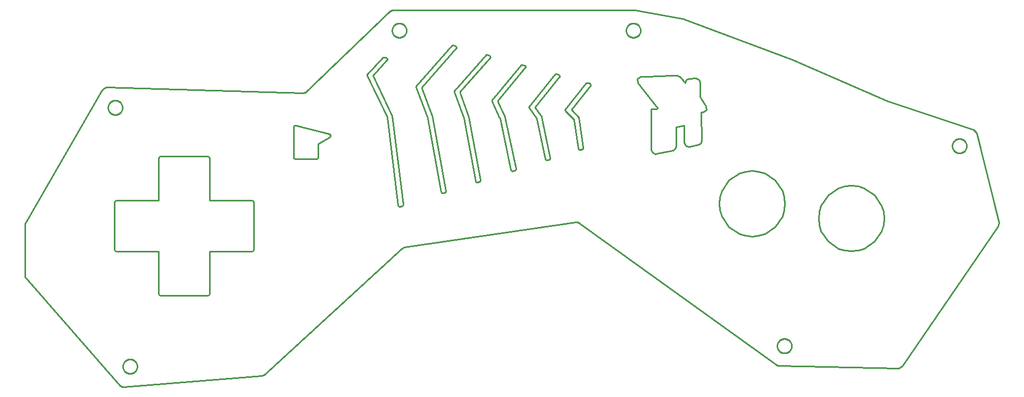
<source format=gbr>
G04 EAGLE Gerber RS-274X export*
G75*
%MOMM*%
%FSLAX34Y34*%
%LPD*%
%IN*%
%IPPOS*%
%AMOC8*
5,1,8,0,0,1.08239X$1,22.5*%
G01*
%ADD10C,0.254000*%


D10*
X0Y175231D02*
X150249Y2617D01*
X150707Y2135D01*
X151205Y1695D01*
X151740Y1300D01*
X152307Y953D01*
X152902Y657D01*
X153521Y413D01*
X154158Y225D01*
X154810Y93D01*
X155470Y18D01*
X156135Y1D01*
X156590Y23D01*
X376060Y17155D01*
X380624Y19142D01*
X599438Y220292D01*
X603492Y222221D01*
X876042Y262107D01*
X876703Y262174D01*
X877368Y262184D01*
X878031Y262135D01*
X878687Y262029D01*
X879332Y261867D01*
X879959Y261648D01*
X880566Y261376D01*
X881146Y261052D01*
X881594Y260753D01*
X1195446Y35035D01*
X1196002Y34671D01*
X1196588Y34357D01*
X1197199Y34095D01*
X1197830Y33887D01*
X1198477Y33735D01*
X1199135Y33640D01*
X1199725Y33604D01*
X1389767Y29367D01*
X1396224Y32679D01*
X1548587Y255174D01*
X1549695Y261320D01*
X1514106Y404305D01*
X1509105Y409699D01*
X1372447Y454898D01*
X1371773Y455157D01*
X1220840Y521512D01*
X1220431Y521678D01*
X1046500Y586389D01*
X1045867Y586593D01*
X1045219Y586742D01*
X1045145Y586755D01*
X970836Y599646D01*
X970176Y599731D01*
X969533Y599758D01*
X585116Y599758D01*
X584452Y599729D01*
X583793Y599642D01*
X583144Y599498D01*
X582510Y599298D01*
X581896Y599044D01*
X581306Y598737D01*
X580745Y598380D01*
X580218Y597975D01*
X579827Y597623D01*
X447837Y470353D01*
X447339Y469913D01*
X446804Y469518D01*
X446237Y469171D01*
X445642Y468875D01*
X445023Y468631D01*
X444386Y468443D01*
X443734Y468311D01*
X443074Y468236D01*
X442409Y468219D01*
X442335Y468221D01*
X129470Y476962D01*
X125535Y475994D01*
X122652Y473145D01*
X0Y259970D01*
X0Y175231D01*
X622180Y476914D02*
X640447Y427747D01*
X640515Y427537D01*
X640564Y427321D01*
X662018Y310633D01*
X662036Y310544D01*
X662093Y310329D01*
X662169Y310121D01*
X662263Y309920D01*
X662373Y309728D01*
X662500Y309547D01*
X662643Y309377D01*
X662799Y309220D01*
X662969Y309078D01*
X663150Y308950D01*
X663342Y308839D01*
X663543Y308746D01*
X663751Y308670D01*
X663965Y308612D01*
X664184Y308574D01*
X664404Y308554D01*
X664626Y308554D01*
X664847Y308573D01*
X665065Y308612D01*
X665279Y308669D01*
X666348Y309006D01*
X668045Y309535D01*
X668174Y309579D01*
X668378Y309665D01*
X668574Y309769D01*
X668760Y309889D01*
X668935Y310025D01*
X669097Y310176D01*
X669246Y310341D01*
X669380Y310517D01*
X669497Y310705D01*
X669598Y310902D01*
X669682Y311108D01*
X669747Y311319D01*
X669793Y311536D01*
X669821Y311756D01*
X669829Y311977D01*
X669817Y312199D01*
X669787Y312418D01*
X648361Y429122D01*
X648312Y429334D01*
X648244Y429545D01*
X631350Y475186D01*
X631324Y475260D01*
X631263Y475473D01*
X631220Y475690D01*
X631197Y475910D01*
X631193Y476132D01*
X631208Y476353D01*
X631243Y476572D01*
X631296Y476787D01*
X631368Y476996D01*
X631458Y477199D01*
X631565Y477393D01*
X631689Y477577D01*
X631828Y477749D01*
X685718Y538771D01*
X685740Y538796D01*
X685877Y538970D01*
X685998Y539156D01*
X686103Y539351D01*
X686190Y539555D01*
X686260Y539765D01*
X686310Y539981D01*
X686342Y540200D01*
X686354Y540421D01*
X686347Y540643D01*
X686321Y540863D01*
X686276Y541080D01*
X686212Y541292D01*
X686130Y541498D01*
X686030Y541696D01*
X685913Y541884D01*
X685780Y542061D01*
X685633Y542227D01*
X685471Y542378D01*
X685297Y542515D01*
X685111Y542637D01*
X684916Y542741D01*
X684713Y542829D01*
X684502Y542898D01*
X684128Y543003D01*
X681319Y543780D01*
X681146Y543821D01*
X680927Y543856D01*
X680706Y543871D01*
X680484Y543867D01*
X680264Y543843D01*
X680046Y543801D01*
X679833Y543739D01*
X679627Y543660D01*
X679428Y543562D01*
X679238Y543448D01*
X679059Y543317D01*
X678892Y543172D01*
X678738Y543012D01*
X622657Y479479D01*
X622605Y479418D01*
X622471Y479241D01*
X622353Y479054D01*
X622252Y478856D01*
X622169Y478651D01*
X622103Y478439D01*
X622057Y478223D01*
X622029Y478003D01*
X622021Y477782D01*
X622032Y477560D01*
X622063Y477341D01*
X622112Y477125D01*
X622180Y476914D01*
X1262618Y268344D02*
X1263679Y257825D01*
X1266720Y248027D01*
X1277906Y231436D01*
X1294498Y220250D01*
X1304296Y217208D01*
X1314815Y216148D01*
X1325334Y217208D01*
X1335132Y220250D01*
X1351724Y231436D01*
X1362910Y248027D01*
X1365951Y257825D01*
X1367012Y268344D01*
X1365951Y278864D01*
X1362910Y288662D01*
X1351724Y305253D01*
X1335132Y316439D01*
X1325334Y319481D01*
X1314815Y320541D01*
X1304296Y319481D01*
X1294498Y316439D01*
X1277906Y305253D01*
X1266720Y288662D01*
X1263679Y278864D01*
X1262618Y268344D01*
X859903Y442669D02*
X859823Y442563D01*
X859703Y442377D01*
X859599Y442182D01*
X859512Y441978D01*
X859444Y441767D01*
X859394Y441551D01*
X859363Y441331D01*
X859352Y441110D01*
X859360Y440889D01*
X859387Y440669D01*
X859433Y440452D01*
X859498Y440240D01*
X859581Y440035D01*
X859682Y439837D01*
X859799Y439650D01*
X859933Y439473D01*
X860081Y439308D01*
X872882Y426296D01*
X872918Y426259D01*
X873063Y426091D01*
X873193Y425912D01*
X873306Y425721D01*
X873403Y425522D01*
X873482Y425315D01*
X873542Y425102D01*
X873584Y424884D01*
X880229Y379707D01*
X880259Y379541D01*
X880315Y379327D01*
X880390Y379118D01*
X880482Y378917D01*
X880592Y378724D01*
X880718Y378542D01*
X880860Y378371D01*
X881015Y378214D01*
X881184Y378070D01*
X881365Y377942D01*
X881556Y377830D01*
X881757Y377736D01*
X881965Y377659D01*
X882178Y377600D01*
X882396Y377560D01*
X882617Y377540D01*
X882838Y377539D01*
X883059Y377557D01*
X883278Y377594D01*
X883492Y377650D01*
X884541Y377974D01*
X886337Y378551D01*
X886360Y378558D01*
X886567Y378637D01*
X886766Y378734D01*
X886957Y378847D01*
X887136Y378977D01*
X887304Y379122D01*
X887458Y379281D01*
X887598Y379452D01*
X887723Y379636D01*
X887831Y379829D01*
X887921Y380031D01*
X887994Y380241D01*
X888048Y380455D01*
X888084Y380674D01*
X888100Y380895D01*
X888097Y381117D01*
X888074Y381337D01*
X881134Y428655D01*
X881125Y428713D01*
X881078Y428929D01*
X881013Y429141D01*
X880929Y429346D01*
X880828Y429544D01*
X880710Y429731D01*
X880576Y429908D01*
X880427Y430072D01*
X870743Y439872D01*
X870648Y439973D01*
X870509Y440145D01*
X870385Y440329D01*
X870277Y440522D01*
X870187Y440725D01*
X870115Y440934D01*
X870061Y441149D01*
X870026Y441368D01*
X870010Y441589D01*
X870014Y441810D01*
X870037Y442031D01*
X870079Y442248D01*
X870140Y442461D01*
X870219Y442668D01*
X870316Y442868D01*
X870430Y443058D01*
X870560Y443237D01*
X899336Y479464D01*
X899415Y479569D01*
X899536Y479755D01*
X899640Y479950D01*
X899726Y480154D01*
X899795Y480365D01*
X899845Y480581D01*
X899875Y480800D01*
X899887Y481021D01*
X899879Y481243D01*
X899852Y481463D01*
X899806Y481680D01*
X899741Y481891D01*
X899658Y482097D01*
X899558Y482294D01*
X899440Y482482D01*
X899307Y482659D01*
X899159Y482824D01*
X898997Y482975D01*
X898822Y483111D01*
X898636Y483232D01*
X898441Y483336D01*
X898237Y483423D01*
X898026Y483491D01*
X897523Y483631D01*
X894984Y484341D01*
X894891Y484365D01*
X894674Y484407D01*
X894453Y484430D01*
X894232Y484434D01*
X894011Y484418D01*
X893792Y484383D01*
X893577Y484329D01*
X893367Y484257D01*
X893165Y484167D01*
X892971Y484059D01*
X892788Y483935D01*
X892616Y483795D01*
X892456Y483641D01*
X892311Y483474D01*
X859903Y442669D01*
X427089Y365723D02*
X427099Y365502D01*
X427128Y365282D01*
X427176Y365066D01*
X427242Y364854D01*
X427327Y364650D01*
X427429Y364453D01*
X427548Y364266D01*
X427683Y364090D01*
X427833Y363927D01*
X427996Y363777D01*
X428172Y363642D01*
X428359Y363523D01*
X428556Y363421D01*
X428760Y363336D01*
X428972Y363270D01*
X429188Y363222D01*
X429408Y363193D01*
X429629Y363183D01*
X463485Y363183D01*
X463706Y363193D01*
X463926Y363222D01*
X464142Y363270D01*
X464354Y363336D01*
X464558Y363421D01*
X464755Y363523D01*
X464942Y363642D01*
X465118Y363777D01*
X465281Y363927D01*
X465431Y364090D01*
X465566Y364266D01*
X465685Y364453D01*
X465787Y364650D01*
X465872Y364854D01*
X465938Y365066D01*
X465986Y365282D01*
X466015Y365502D01*
X466025Y365723D01*
X466025Y385404D01*
X466032Y385586D01*
X466057Y385806D01*
X466102Y386023D01*
X466165Y386235D01*
X466247Y386441D01*
X466346Y386639D01*
X466462Y386828D01*
X466594Y387006D01*
X466741Y387171D01*
X466902Y387324D01*
X467076Y387461D01*
X467261Y387583D01*
X484571Y397940D01*
X484742Y398052D01*
X484917Y398188D01*
X485079Y398340D01*
X485227Y398504D01*
X485360Y398681D01*
X485478Y398869D01*
X485578Y399066D01*
X485661Y399272D01*
X485726Y399484D01*
X485772Y399700D01*
X485799Y399920D01*
X485807Y400142D01*
X485795Y400363D01*
X485764Y400582D01*
X485714Y400798D01*
X485646Y401009D01*
X485559Y401213D01*
X485455Y401408D01*
X485335Y401594D01*
X485198Y401769D01*
X485047Y401931D01*
X484883Y402079D01*
X484706Y402212D01*
X484518Y402330D01*
X484320Y402430D01*
X484115Y402513D01*
X483903Y402578D01*
X430265Y416440D01*
X430071Y416482D01*
X429851Y416511D01*
X429629Y416521D01*
X429408Y416511D01*
X429188Y416482D01*
X428972Y416434D01*
X428761Y416368D01*
X428556Y416283D01*
X428359Y416181D01*
X428172Y416062D01*
X427997Y415927D01*
X427833Y415777D01*
X427683Y415614D01*
X427549Y415438D01*
X427429Y415251D01*
X427327Y415054D01*
X427242Y414850D01*
X427176Y414638D01*
X427128Y414422D01*
X427099Y414202D01*
X427089Y413981D01*
X427089Y365723D01*
X141775Y219234D02*
X142938Y216427D01*
X145744Y215265D01*
X212006Y215265D01*
X212006Y149003D01*
X213168Y146197D01*
X215974Y145034D01*
X289824Y145034D01*
X292631Y146197D01*
X293793Y149003D01*
X293793Y215265D01*
X360055Y215265D01*
X362861Y216427D01*
X364023Y219234D01*
X364023Y293084D01*
X362861Y295890D01*
X360055Y297052D01*
X293793Y297052D01*
X293793Y363314D01*
X292631Y366120D01*
X289824Y367283D01*
X215974Y367283D01*
X213168Y366120D01*
X212006Y363314D01*
X212006Y297052D01*
X145744Y297052D01*
X142938Y295890D01*
X141775Y293084D01*
X141775Y219234D01*
X974484Y490435D02*
X975293Y483665D01*
X1006385Y444536D01*
X1005245Y442169D01*
X996643Y442169D01*
X996643Y377387D01*
X998568Y372778D01*
X1003106Y370910D01*
X1004484Y371059D01*
X1030935Y376788D01*
X1034623Y379075D01*
X1036075Y383161D01*
X1036075Y413575D01*
X1049111Y416138D01*
X1049111Y389107D01*
X1051030Y384508D01*
X1055567Y382638D01*
X1056780Y382755D01*
X1071504Y385542D01*
X1075315Y387804D01*
X1076751Y391994D01*
X1075904Y437091D01*
X1078371Y437091D01*
X1084076Y440522D01*
X1083724Y447171D01*
X1073744Y461937D01*
X1074202Y484778D01*
X1072349Y489463D01*
X1067570Y491416D01*
X1056498Y491189D01*
X1052025Y489239D01*
X1050169Y484726D01*
X1050169Y484409D01*
X1043151Y493494D01*
X1037625Y496102D01*
X1035155Y496020D01*
X1028646Y495804D01*
X1008894Y495149D01*
X989143Y494494D01*
X982634Y494278D01*
X980165Y494197D01*
X974484Y490435D01*
X1104721Y291853D02*
X1105781Y281334D01*
X1108823Y271536D01*
X1120009Y254945D01*
X1136600Y243758D01*
X1146398Y240717D01*
X1156918Y239657D01*
X1167437Y240717D01*
X1177235Y243758D01*
X1193826Y254945D01*
X1205012Y271536D01*
X1208054Y281334D01*
X1209114Y291853D01*
X1208054Y302373D01*
X1205012Y312170D01*
X1193826Y328762D01*
X1177235Y339948D01*
X1167437Y342989D01*
X1156918Y344050D01*
X1146398Y342989D01*
X1136600Y339948D01*
X1120009Y328762D01*
X1108823Y312170D01*
X1105781Y302373D01*
X1104721Y291853D01*
X743048Y454554D02*
X755268Y428292D01*
X755353Y428087D01*
X755420Y427876D01*
X755449Y427754D01*
X773079Y345663D01*
X773135Y345449D01*
X773209Y345240D01*
X773302Y345038D01*
X773411Y344846D01*
X773537Y344663D01*
X773678Y344493D01*
X773834Y344335D01*
X774002Y344191D01*
X774183Y344063D01*
X774374Y343951D01*
X774574Y343856D01*
X774782Y343779D01*
X774996Y343720D01*
X775214Y343680D01*
X775434Y343659D01*
X775656Y343658D01*
X775877Y343676D01*
X776095Y343712D01*
X776309Y343768D01*
X776318Y343771D01*
X777508Y344142D01*
X779139Y344651D01*
X779347Y344726D01*
X779549Y344819D01*
X779741Y344929D01*
X779923Y345056D01*
X780093Y345198D01*
X780250Y345354D01*
X780393Y345523D01*
X780521Y345705D01*
X780632Y345896D01*
X780726Y346097D01*
X780803Y346305D01*
X780861Y346519D01*
X780900Y346737D01*
X780920Y346957D01*
X780921Y347179D01*
X780902Y347400D01*
X780866Y347610D01*
X763174Y429875D01*
X763118Y430090D01*
X763043Y430298D01*
X762997Y430404D01*
X752424Y453358D01*
X752340Y453563D01*
X752275Y453775D01*
X752228Y453991D01*
X752200Y454211D01*
X752191Y454433D01*
X752202Y454654D01*
X752232Y454873D01*
X752281Y455090D01*
X752348Y455301D01*
X752434Y455505D01*
X752537Y455701D01*
X752657Y455887D01*
X752774Y456040D01*
X795923Y508191D01*
X796057Y508368D01*
X796175Y508555D01*
X796276Y508753D01*
X796359Y508958D01*
X796424Y509170D01*
X796471Y509386D01*
X796498Y509606D01*
X796506Y509828D01*
X796495Y510049D01*
X796465Y510269D01*
X796415Y510485D01*
X796347Y510696D01*
X796261Y510900D01*
X796157Y511096D01*
X796037Y511282D01*
X795901Y511457D01*
X795750Y511619D01*
X795586Y511768D01*
X795409Y511901D01*
X795221Y512019D01*
X795024Y512120D01*
X794819Y512204D01*
X794640Y512260D01*
X794194Y512382D01*
X791545Y513111D01*
X791329Y513160D01*
X791109Y513191D01*
X790888Y513202D01*
X790667Y513193D01*
X790447Y513166D01*
X790230Y513119D01*
X790018Y513054D01*
X789813Y512971D01*
X789616Y512869D01*
X789428Y512752D01*
X789251Y512618D01*
X789087Y512469D01*
X788936Y512307D01*
X788914Y512280D01*
X743394Y457244D01*
X743260Y457067D01*
X743143Y456880D01*
X743042Y456682D01*
X742958Y456477D01*
X742893Y456265D01*
X742847Y456049D01*
X742819Y455829D01*
X742811Y455608D01*
X742822Y455386D01*
X742853Y455167D01*
X742902Y454951D01*
X742970Y454740D01*
X743048Y454554D01*
X682924Y469790D02*
X698199Y428378D01*
X698264Y428176D01*
X698313Y427960D01*
X716765Y327933D01*
X716786Y327831D01*
X716844Y327617D01*
X716921Y327409D01*
X717016Y327209D01*
X717128Y327018D01*
X717256Y326837D01*
X717399Y326668D01*
X717557Y326512D01*
X717727Y326370D01*
X717909Y326244D01*
X718102Y326135D01*
X718303Y326042D01*
X718512Y325967D01*
X718726Y325911D01*
X718944Y325874D01*
X719165Y325855D01*
X719387Y325857D01*
X719607Y325877D01*
X719825Y325917D01*
X720039Y325975D01*
X721134Y326327D01*
X722830Y326856D01*
X722961Y326901D01*
X723165Y326987D01*
X723360Y327091D01*
X723546Y327211D01*
X723721Y327348D01*
X723883Y327499D01*
X724032Y327663D01*
X724165Y327840D01*
X724283Y328028D01*
X724383Y328225D01*
X724467Y328430D01*
X724532Y328642D01*
X724578Y328859D01*
X724605Y329079D01*
X724613Y329300D01*
X724602Y329522D01*
X724571Y329741D01*
X706145Y429760D01*
X706098Y429966D01*
X706031Y430177D01*
X692095Y468062D01*
X692071Y468131D01*
X692010Y468344D01*
X691967Y468561D01*
X691944Y468782D01*
X691940Y469003D01*
X691955Y469224D01*
X691989Y469443D01*
X692043Y469658D01*
X692115Y469868D01*
X692205Y470070D01*
X692312Y470264D01*
X692436Y470448D01*
X692575Y470620D01*
X739546Y523806D01*
X739572Y523835D01*
X739708Y524010D01*
X739829Y524196D01*
X739933Y524391D01*
X740020Y524595D01*
X740089Y524806D01*
X740139Y525022D01*
X740170Y525241D01*
X740182Y525462D01*
X740175Y525684D01*
X740148Y525904D01*
X740102Y526121D01*
X740038Y526333D01*
X739955Y526538D01*
X739855Y526736D01*
X739737Y526924D01*
X739604Y527101D01*
X739456Y527266D01*
X739294Y527417D01*
X739120Y527554D01*
X738934Y527675D01*
X738739Y527779D01*
X738535Y527866D01*
X738324Y527935D01*
X737926Y528045D01*
X735145Y528798D01*
X734986Y528836D01*
X734767Y528870D01*
X734546Y528885D01*
X734325Y528881D01*
X734104Y528858D01*
X733887Y528815D01*
X733674Y528754D01*
X733467Y528674D01*
X733268Y528577D01*
X733078Y528463D01*
X732899Y528332D01*
X732732Y528187D01*
X732578Y528027D01*
X683403Y472350D01*
X683354Y472293D01*
X683220Y472116D01*
X683102Y471929D01*
X683000Y471732D01*
X682916Y471527D01*
X682851Y471316D01*
X682804Y471099D01*
X682776Y470879D01*
X682767Y470658D01*
X682778Y470437D01*
X682808Y470217D01*
X682856Y470001D01*
X682924Y469790D01*
X802312Y443923D02*
X814128Y427518D01*
X814226Y427371D01*
X814335Y427178D01*
X814426Y426976D01*
X814499Y426767D01*
X814554Y426552D01*
X827807Y362969D01*
X827812Y362945D01*
X827869Y362731D01*
X827944Y362522D01*
X828037Y362321D01*
X828147Y362129D01*
X828274Y361947D01*
X828416Y361777D01*
X828572Y361620D01*
X828741Y361477D01*
X828922Y361349D01*
X829114Y361238D01*
X829314Y361143D01*
X829522Y361067D01*
X829736Y361009D01*
X829954Y360970D01*
X830175Y360950D01*
X830397Y360949D01*
X830617Y360968D01*
X830836Y361005D01*
X831050Y361062D01*
X832224Y361428D01*
X833892Y361964D01*
X834059Y362024D01*
X834261Y362115D01*
X834454Y362224D01*
X834637Y362349D01*
X834809Y362489D01*
X834967Y362644D01*
X835112Y362812D01*
X835241Y362992D01*
X835354Y363182D01*
X835450Y363382D01*
X835529Y363589D01*
X835589Y363802D01*
X835630Y364020D01*
X835652Y364241D01*
X835654Y364462D01*
X835638Y364683D01*
X835602Y364902D01*
X822043Y429820D01*
X822001Y429990D01*
X821932Y430201D01*
X821844Y430404D01*
X821740Y430600D01*
X821618Y430785D01*
X812365Y443641D01*
X812251Y443814D01*
X812145Y444008D01*
X812057Y444211D01*
X811986Y444421D01*
X811934Y444637D01*
X811901Y444856D01*
X811887Y445077D01*
X811893Y445298D01*
X811918Y445519D01*
X811962Y445736D01*
X812024Y445948D01*
X812105Y446154D01*
X812204Y446353D01*
X812319Y446542D01*
X812451Y446720D01*
X849972Y493180D01*
X850064Y493301D01*
X850184Y493487D01*
X850288Y493683D01*
X850375Y493886D01*
X850443Y494097D01*
X850493Y494313D01*
X850524Y494533D01*
X850536Y494754D01*
X850528Y494975D01*
X850501Y495195D01*
X850455Y495412D01*
X850390Y495624D01*
X850307Y495829D01*
X850206Y496027D01*
X850089Y496214D01*
X849955Y496391D01*
X849807Y496556D01*
X849645Y496707D01*
X849470Y496843D01*
X849284Y496964D01*
X849089Y497068D01*
X848885Y497155D01*
X848674Y497223D01*
X848205Y497354D01*
X848169Y497354D01*
X845588Y498076D01*
X845514Y498095D01*
X845297Y498139D01*
X845077Y498164D01*
X844856Y498169D01*
X844634Y498155D01*
X844415Y498122D01*
X844200Y498070D01*
X843990Y498000D01*
X843787Y497911D01*
X843593Y497805D01*
X843408Y497682D01*
X843235Y497544D01*
X843075Y497391D01*
X842928Y497225D01*
X802396Y447003D01*
X802273Y446837D01*
X802156Y446648D01*
X802056Y446450D01*
X801974Y446244D01*
X801911Y446032D01*
X801866Y445815D01*
X801840Y445595D01*
X801833Y445374D01*
X801846Y445152D01*
X801878Y444933D01*
X801928Y444717D01*
X801998Y444507D01*
X802085Y444303D01*
X802190Y444108D01*
X802312Y443923D01*
X544370Y495727D02*
X576346Y429649D01*
X576416Y429490D01*
X576490Y429281D01*
X576545Y429066D01*
X576581Y428847D01*
X593483Y289121D01*
X593487Y289088D01*
X593526Y288870D01*
X593584Y288656D01*
X593660Y288448D01*
X593755Y288247D01*
X593866Y288056D01*
X593994Y287874D01*
X594136Y287705D01*
X594293Y287549D01*
X594464Y287407D01*
X594645Y287280D01*
X594838Y287170D01*
X595039Y287076D01*
X595247Y287001D01*
X595461Y286944D01*
X595680Y286906D01*
X595901Y286888D01*
X596122Y286888D01*
X596343Y286908D01*
X596561Y286947D01*
X596775Y287005D01*
X597732Y287310D01*
X599608Y287907D01*
X599786Y287971D01*
X599988Y288062D01*
X600181Y288171D01*
X600363Y288296D01*
X600535Y288437D01*
X600693Y288592D01*
X600837Y288760D01*
X600966Y288941D01*
X601079Y289131D01*
X601175Y289331D01*
X601253Y289539D01*
X601312Y289752D01*
X601353Y289970D01*
X601375Y290190D01*
X601377Y290412D01*
X601360Y290633D01*
X584328Y431170D01*
X584301Y431341D01*
X584250Y431557D01*
X584181Y431767D01*
X584093Y431971D01*
X553929Y494316D01*
X553866Y494456D01*
X553791Y494664D01*
X553734Y494879D01*
X553696Y495097D01*
X553678Y495318D01*
X553678Y495539D01*
X553698Y495760D01*
X553737Y495978D01*
X553795Y496192D01*
X553871Y496400D01*
X553965Y496601D01*
X554077Y496792D01*
X554204Y496974D01*
X554347Y497143D01*
X575526Y520141D01*
X575592Y520216D01*
X575729Y520391D01*
X575849Y520577D01*
X575952Y520773D01*
X576039Y520977D01*
X576107Y521188D01*
X576156Y521404D01*
X576187Y521623D01*
X576198Y521845D01*
X576190Y522066D01*
X576162Y522286D01*
X576116Y522502D01*
X576051Y522714D01*
X575967Y522919D01*
X575866Y523117D01*
X575748Y523304D01*
X575615Y523481D01*
X575466Y523645D01*
X575304Y523796D01*
X575129Y523932D01*
X574943Y524053D01*
X574747Y524156D01*
X574543Y524243D01*
X574332Y524311D01*
X574116Y524360D01*
X574026Y524377D01*
X570744Y524973D01*
X570629Y524991D01*
X570408Y525011D01*
X570186Y525012D01*
X569966Y524993D01*
X569747Y524956D01*
X569533Y524899D01*
X569325Y524824D01*
X569123Y524731D01*
X568931Y524621D01*
X568749Y524494D01*
X568579Y524352D01*
X568422Y524196D01*
X544788Y498555D01*
X544687Y498438D01*
X544554Y498260D01*
X544438Y498072D01*
X544339Y497874D01*
X544257Y497668D01*
X544193Y497455D01*
X544149Y497238D01*
X544123Y497018D01*
X544116Y496797D01*
X544129Y496576D01*
X544161Y496356D01*
X544213Y496141D01*
X544282Y495930D01*
X544370Y495727D01*
X606806Y567241D02*
X606736Y566346D01*
X606595Y565458D01*
X606385Y564585D01*
X606108Y563731D01*
X605764Y562901D01*
X605356Y562101D01*
X604887Y561335D01*
X604359Y560608D01*
X603776Y559925D01*
X603141Y559290D01*
X602458Y558707D01*
X601731Y558179D01*
X600965Y557710D01*
X600165Y557302D01*
X599335Y556958D01*
X598481Y556681D01*
X597608Y556471D01*
X596721Y556330D01*
X595825Y556260D01*
X594927Y556260D01*
X594032Y556330D01*
X593144Y556471D01*
X592271Y556681D01*
X591417Y556958D01*
X590587Y557302D01*
X589787Y557710D01*
X589021Y558179D01*
X588294Y558707D01*
X587611Y559290D01*
X586976Y559925D01*
X586393Y560608D01*
X585865Y561335D01*
X585396Y562101D01*
X584988Y562901D01*
X584644Y563731D01*
X584367Y564585D01*
X584157Y565458D01*
X584016Y566346D01*
X583946Y567241D01*
X583946Y568139D01*
X584016Y569035D01*
X584157Y569922D01*
X584367Y570795D01*
X584644Y571649D01*
X584988Y572479D01*
X585396Y573279D01*
X585865Y574045D01*
X586393Y574772D01*
X586976Y575455D01*
X587611Y576090D01*
X588294Y576673D01*
X589021Y577201D01*
X589787Y577670D01*
X590587Y578078D01*
X591417Y578422D01*
X592271Y578699D01*
X593144Y578909D01*
X594032Y579050D01*
X594927Y579120D01*
X595825Y579120D01*
X596721Y579050D01*
X597608Y578909D01*
X598481Y578699D01*
X599335Y578422D01*
X600165Y578078D01*
X600965Y577670D01*
X601731Y577201D01*
X602458Y576673D01*
X603141Y576090D01*
X603776Y575455D01*
X604359Y574772D01*
X604887Y574045D01*
X605356Y573279D01*
X605764Y572479D01*
X606108Y571649D01*
X606385Y570795D01*
X606595Y569922D01*
X606736Y569035D01*
X606806Y568139D01*
X606806Y567241D01*
X979424Y567241D02*
X979354Y566346D01*
X979213Y565458D01*
X979003Y564585D01*
X978726Y563731D01*
X978382Y562901D01*
X977974Y562101D01*
X977505Y561335D01*
X976977Y560608D01*
X976394Y559925D01*
X975759Y559290D01*
X975076Y558707D01*
X974349Y558179D01*
X973583Y557710D01*
X972783Y557302D01*
X971953Y556958D01*
X971099Y556681D01*
X970226Y556471D01*
X969339Y556330D01*
X968443Y556260D01*
X967545Y556260D01*
X966650Y556330D01*
X965762Y556471D01*
X964889Y556681D01*
X964035Y556958D01*
X963205Y557302D01*
X962405Y557710D01*
X961639Y558179D01*
X960912Y558707D01*
X960229Y559290D01*
X959594Y559925D01*
X959011Y560608D01*
X958483Y561335D01*
X958014Y562101D01*
X957606Y562901D01*
X957262Y563731D01*
X956985Y564585D01*
X956775Y565458D01*
X956634Y566346D01*
X956564Y567241D01*
X956564Y568139D01*
X956634Y569035D01*
X956775Y569922D01*
X956985Y570795D01*
X957262Y571649D01*
X957606Y572479D01*
X958014Y573279D01*
X958483Y574045D01*
X959011Y574772D01*
X959594Y575455D01*
X960229Y576090D01*
X960912Y576673D01*
X961639Y577201D01*
X962405Y577670D01*
X963205Y578078D01*
X964035Y578422D01*
X964889Y578699D01*
X965762Y578909D01*
X966650Y579050D01*
X967545Y579120D01*
X968443Y579120D01*
X969339Y579050D01*
X970226Y578909D01*
X971099Y578699D01*
X971953Y578422D01*
X972783Y578078D01*
X973583Y577670D01*
X974349Y577201D01*
X975076Y576673D01*
X975759Y576090D01*
X976394Y575455D01*
X976977Y574772D01*
X977505Y574045D01*
X977974Y573279D01*
X978382Y572479D01*
X978726Y571649D01*
X979003Y570795D01*
X979213Y569922D01*
X979354Y569035D01*
X979424Y568139D01*
X979424Y567241D01*
X1498473Y383091D02*
X1498403Y382196D01*
X1498262Y381308D01*
X1498052Y380435D01*
X1497775Y379581D01*
X1497431Y378751D01*
X1497023Y377951D01*
X1496554Y377185D01*
X1496026Y376458D01*
X1495443Y375775D01*
X1494808Y375140D01*
X1494125Y374557D01*
X1493398Y374029D01*
X1492632Y373560D01*
X1491832Y373152D01*
X1491002Y372808D01*
X1490148Y372531D01*
X1489275Y372321D01*
X1488388Y372180D01*
X1487492Y372110D01*
X1486594Y372110D01*
X1485699Y372180D01*
X1484811Y372321D01*
X1483938Y372531D01*
X1483084Y372808D01*
X1482254Y373152D01*
X1481454Y373560D01*
X1480688Y374029D01*
X1479961Y374557D01*
X1479278Y375140D01*
X1478643Y375775D01*
X1478060Y376458D01*
X1477532Y377185D01*
X1477063Y377951D01*
X1476655Y378751D01*
X1476311Y379581D01*
X1476034Y380435D01*
X1475824Y381308D01*
X1475683Y382196D01*
X1475613Y383091D01*
X1475613Y383989D01*
X1475683Y384885D01*
X1475824Y385772D01*
X1476034Y386645D01*
X1476311Y387499D01*
X1476655Y388329D01*
X1477063Y389129D01*
X1477532Y389895D01*
X1478060Y390622D01*
X1478643Y391305D01*
X1479278Y391940D01*
X1479961Y392523D01*
X1480688Y393051D01*
X1481454Y393520D01*
X1482254Y393928D01*
X1483084Y394272D01*
X1483938Y394549D01*
X1484811Y394759D01*
X1485699Y394900D01*
X1486594Y394970D01*
X1487492Y394970D01*
X1488388Y394900D01*
X1489275Y394759D01*
X1490148Y394549D01*
X1491002Y394272D01*
X1491832Y393928D01*
X1492632Y393520D01*
X1493398Y393051D01*
X1494125Y392523D01*
X1494808Y391940D01*
X1495443Y391305D01*
X1496026Y390622D01*
X1496554Y389895D01*
X1497023Y389129D01*
X1497431Y388329D01*
X1497775Y387499D01*
X1498052Y386645D01*
X1498262Y385772D01*
X1498403Y384885D01*
X1498473Y383989D01*
X1498473Y383091D01*
X178181Y31936D02*
X178111Y31041D01*
X177970Y30153D01*
X177760Y29280D01*
X177483Y28426D01*
X177139Y27596D01*
X176731Y26796D01*
X176262Y26030D01*
X175734Y25303D01*
X175151Y24620D01*
X174516Y23985D01*
X173833Y23402D01*
X173106Y22874D01*
X172340Y22405D01*
X171540Y21997D01*
X170710Y21653D01*
X169856Y21376D01*
X168983Y21166D01*
X168096Y21025D01*
X167200Y20955D01*
X166302Y20955D01*
X165407Y21025D01*
X164519Y21166D01*
X163646Y21376D01*
X162792Y21653D01*
X161962Y21997D01*
X161162Y22405D01*
X160396Y22874D01*
X159669Y23402D01*
X158986Y23985D01*
X158351Y24620D01*
X157768Y25303D01*
X157240Y26030D01*
X156771Y26796D01*
X156363Y27596D01*
X156019Y28426D01*
X155742Y29280D01*
X155532Y30153D01*
X155391Y31041D01*
X155321Y31936D01*
X155321Y32834D01*
X155391Y33730D01*
X155532Y34617D01*
X155742Y35490D01*
X156019Y36344D01*
X156363Y37174D01*
X156771Y37974D01*
X157240Y38740D01*
X157768Y39467D01*
X158351Y40150D01*
X158986Y40785D01*
X159669Y41368D01*
X160396Y41896D01*
X161162Y42365D01*
X161962Y42773D01*
X162792Y43117D01*
X163646Y43394D01*
X164519Y43604D01*
X165407Y43745D01*
X166302Y43815D01*
X167200Y43815D01*
X168096Y43745D01*
X168983Y43604D01*
X169856Y43394D01*
X170710Y43117D01*
X171540Y42773D01*
X172340Y42365D01*
X173106Y41896D01*
X173833Y41368D01*
X174516Y40785D01*
X175151Y40150D01*
X175734Y39467D01*
X176262Y38740D01*
X176731Y37974D01*
X177139Y37174D01*
X177483Y36344D01*
X177760Y35490D01*
X177970Y34617D01*
X178111Y33730D01*
X178181Y32834D01*
X178181Y31936D01*
X154813Y444305D02*
X154743Y443410D01*
X154602Y442522D01*
X154392Y441649D01*
X154115Y440795D01*
X153771Y439965D01*
X153363Y439165D01*
X152894Y438399D01*
X152366Y437672D01*
X151783Y436989D01*
X151148Y436354D01*
X150465Y435771D01*
X149738Y435243D01*
X148972Y434774D01*
X148172Y434366D01*
X147342Y434022D01*
X146488Y433745D01*
X145615Y433535D01*
X144728Y433394D01*
X143832Y433324D01*
X142934Y433324D01*
X142039Y433394D01*
X141151Y433535D01*
X140278Y433745D01*
X139424Y434022D01*
X138594Y434366D01*
X137794Y434774D01*
X137028Y435243D01*
X136301Y435771D01*
X135618Y436354D01*
X134983Y436989D01*
X134400Y437672D01*
X133872Y438399D01*
X133403Y439165D01*
X132995Y439965D01*
X132651Y440795D01*
X132374Y441649D01*
X132164Y442522D01*
X132023Y443410D01*
X131953Y444305D01*
X131953Y445203D01*
X132023Y446099D01*
X132164Y446986D01*
X132374Y447859D01*
X132651Y448713D01*
X132995Y449543D01*
X133403Y450343D01*
X133872Y451109D01*
X134400Y451836D01*
X134983Y452519D01*
X135618Y453154D01*
X136301Y453737D01*
X137028Y454265D01*
X137794Y454734D01*
X138594Y455142D01*
X139424Y455486D01*
X140278Y455763D01*
X141151Y455973D01*
X142039Y456114D01*
X142934Y456184D01*
X143832Y456184D01*
X144728Y456114D01*
X145615Y455973D01*
X146488Y455763D01*
X147342Y455486D01*
X148172Y455142D01*
X148972Y454734D01*
X149738Y454265D01*
X150465Y453737D01*
X151148Y453154D01*
X151783Y452519D01*
X152366Y451836D01*
X152894Y451109D01*
X153363Y450343D01*
X153771Y449543D01*
X154115Y448713D01*
X154392Y447859D01*
X154602Y446986D01*
X154743Y446099D01*
X154813Y445203D01*
X154813Y444305D01*
X1219835Y64575D02*
X1219765Y63680D01*
X1219624Y62792D01*
X1219414Y61919D01*
X1219137Y61065D01*
X1218793Y60235D01*
X1218385Y59435D01*
X1217916Y58669D01*
X1217388Y57942D01*
X1216805Y57259D01*
X1216170Y56624D01*
X1215487Y56041D01*
X1214760Y55513D01*
X1213994Y55044D01*
X1213194Y54636D01*
X1212364Y54292D01*
X1211510Y54015D01*
X1210637Y53805D01*
X1209750Y53664D01*
X1208854Y53594D01*
X1207956Y53594D01*
X1207061Y53664D01*
X1206173Y53805D01*
X1205300Y54015D01*
X1204446Y54292D01*
X1203616Y54636D01*
X1202816Y55044D01*
X1202050Y55513D01*
X1201323Y56041D01*
X1200640Y56624D01*
X1200005Y57259D01*
X1199422Y57942D01*
X1198894Y58669D01*
X1198425Y59435D01*
X1198017Y60235D01*
X1197673Y61065D01*
X1197396Y61919D01*
X1197186Y62792D01*
X1197045Y63680D01*
X1196975Y64575D01*
X1196975Y65473D01*
X1197045Y66369D01*
X1197186Y67256D01*
X1197396Y68129D01*
X1197673Y68983D01*
X1198017Y69813D01*
X1198425Y70613D01*
X1198894Y71379D01*
X1199422Y72106D01*
X1200005Y72789D01*
X1200640Y73424D01*
X1201323Y74007D01*
X1202050Y74535D01*
X1202816Y75004D01*
X1203616Y75412D01*
X1204446Y75756D01*
X1205300Y76033D01*
X1206173Y76243D01*
X1207061Y76384D01*
X1207956Y76454D01*
X1208854Y76454D01*
X1209750Y76384D01*
X1210637Y76243D01*
X1211510Y76033D01*
X1212364Y75756D01*
X1213194Y75412D01*
X1213994Y75004D01*
X1214760Y74535D01*
X1215487Y74007D01*
X1216170Y73424D01*
X1216805Y72789D01*
X1217388Y72106D01*
X1217916Y71379D01*
X1218385Y70613D01*
X1218793Y69813D01*
X1219137Y68983D01*
X1219414Y68129D01*
X1219624Y67256D01*
X1219765Y66369D01*
X1219835Y65473D01*
X1219835Y64575D01*
M02*

</source>
